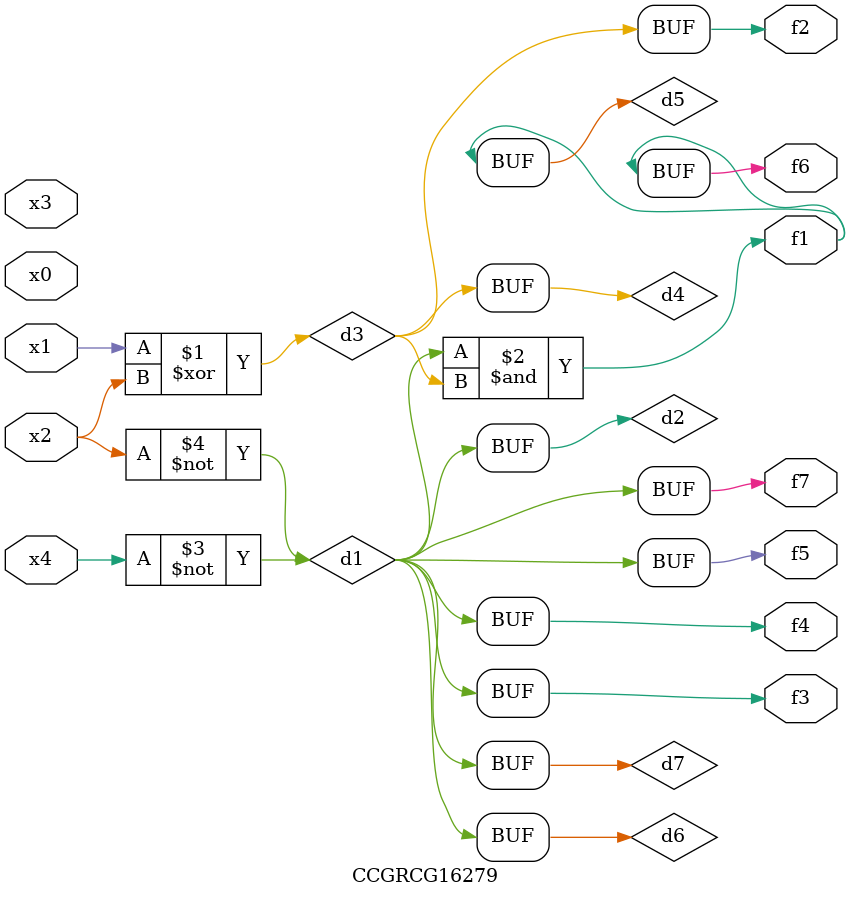
<source format=v>
module CCGRCG16279(
	input x0, x1, x2, x3, x4,
	output f1, f2, f3, f4, f5, f6, f7
);

	wire d1, d2, d3, d4, d5, d6, d7;

	not (d1, x4);
	not (d2, x2);
	xor (d3, x1, x2);
	buf (d4, d3);
	and (d5, d1, d3);
	buf (d6, d1, d2);
	buf (d7, d2);
	assign f1 = d5;
	assign f2 = d4;
	assign f3 = d7;
	assign f4 = d7;
	assign f5 = d7;
	assign f6 = d5;
	assign f7 = d7;
endmodule

</source>
